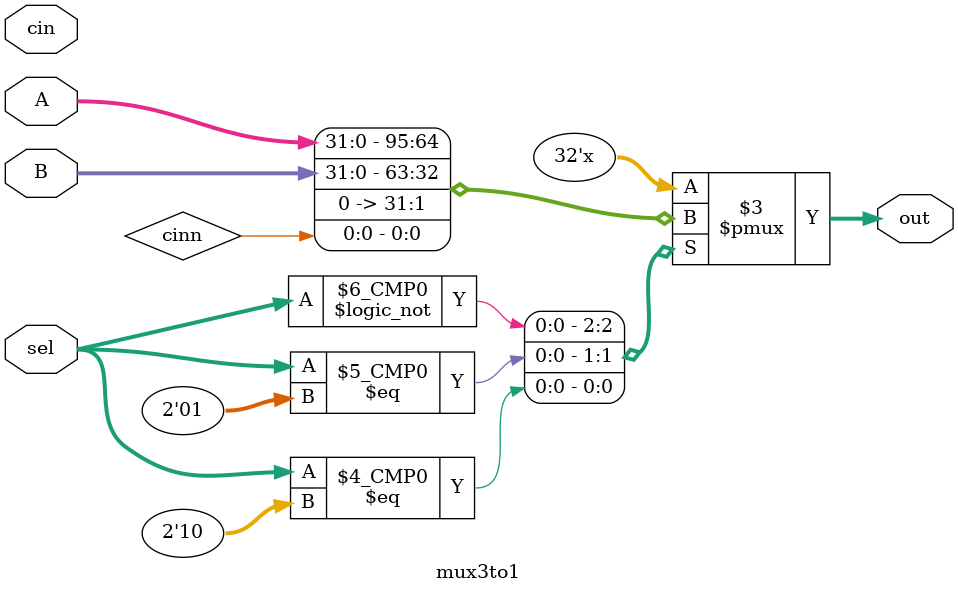
<source format=v>

module mux3to1(A, B, cin, sel, out);
input [31:0] A;
input [31:0] B;
input [31:0] cin;
input [1:0] sel;
output reg [31:0] out;

always@(A, B, cin, sel)
case(sel)
    2'b00: out = A;
    2'b01: out = B;
    2'b10: out = cinn;
endcase

endmodule
</source>
